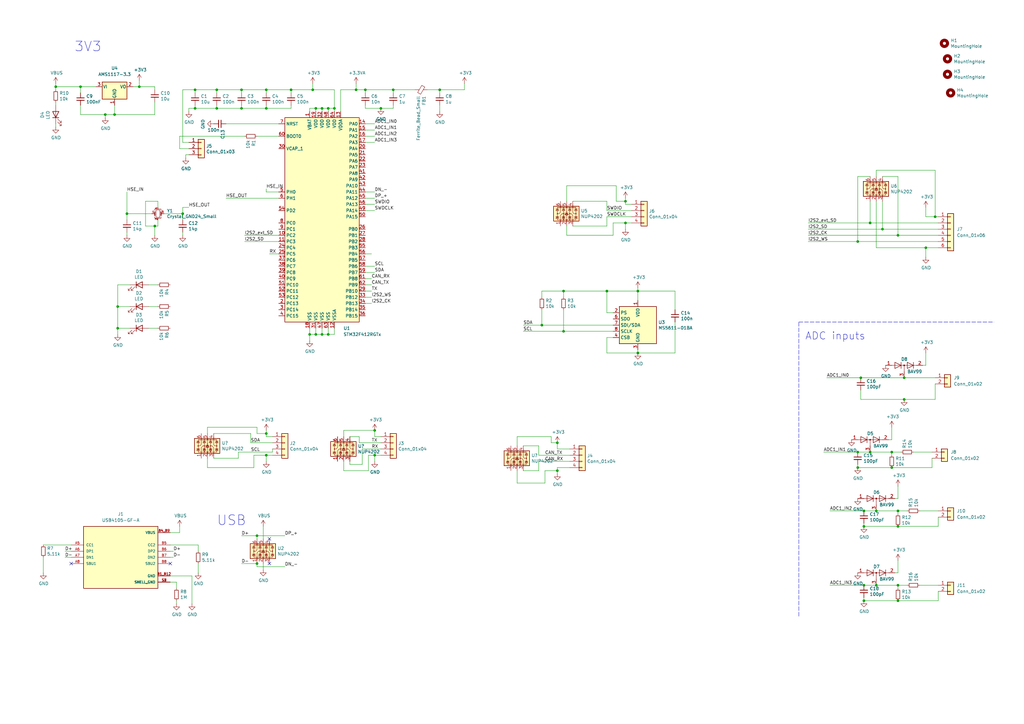
<source format=kicad_sch>
(kicad_sch (version 20211123) (generator eeschema)
  (paper "A3")
  (junction (at 365.76 191.77))
  (junction (at 57.15 35.56))
  (junction (at 99.06 36.83))
  (junction (at 256.54 91.44))
  (junction (at 228.6 193.04))
  (junction (at 109.22 36.83))
  (junction (at 33.02 35.56))
  (junction (at 88.9 36.83))
  (junction (at 105.41 219.71))
  (junction (at 351.79 99.06))
  (junction (at 379.73 101.6))
  (junction (at 109.22 44.45))
  (junction (at 52.07 87.63))
  (junction (at 109.22 186.69))
  (junction (at 63.5 92.71))
  (junction (at 129.54 137.16))
  (junction (at 231.14 119.38))
  (junction (at 129.54 44.45))
  (junction (at 99.06 44.45))
  (junction (at 105.41 231.14))
  (junction (at 359.41 240.03))
  (junction (at 368.3 96.52))
  (junction (at 132.08 137.16))
  (junction (at 368.3 246.38))
  (junction (at 370.84 163.83))
  (junction (at 383.54 88.9))
  (junction (at 149.86 36.83))
  (junction (at 368.3 240.03))
  (junction (at 132.08 44.45))
  (junction (at 74.93 87.63))
  (junction (at 351.79 191.77))
  (junction (at 256.54 82.55))
  (junction (at 88.9 44.45))
  (junction (at 180.34 36.83))
  (junction (at 368.3 215.9))
  (junction (at 80.01 44.45))
  (junction (at 161.29 36.83))
  (junction (at 128.27 36.83))
  (junction (at 361.95 93.98))
  (junction (at 356.87 91.44))
  (junction (at 353.06 154.94))
  (junction (at 48.26 125.73))
  (junction (at 127 137.16))
  (junction (at 48.26 134.62))
  (junction (at 365.76 185.42))
  (junction (at 228.6 181.61))
  (junction (at 153.67 186.69))
  (junction (at 119.38 36.83))
  (junction (at 146.05 36.83))
  (junction (at 351.79 185.42))
  (junction (at 248.92 119.38))
  (junction (at 354.33 215.9))
  (junction (at 109.22 177.8))
  (junction (at 261.62 119.38))
  (junction (at 356.87 185.42))
  (junction (at 80.01 36.83))
  (junction (at 222.25 133.35))
  (junction (at 354.33 246.38))
  (junction (at 46.99 46.99))
  (junction (at 231.14 135.89))
  (junction (at 43.18 46.99))
  (junction (at 368.3 209.55))
  (junction (at 137.16 44.45))
  (junction (at 359.41 209.55))
  (junction (at 134.62 44.45))
  (junction (at 354.33 209.55))
  (junction (at 370.84 154.94))
  (junction (at 22.86 35.56))
  (junction (at 134.62 137.16))
  (junction (at 261.62 144.78))
  (junction (at 354.33 240.03))
  (junction (at 156.21 44.45))
  (junction (at 153.67 176.53))
  (no_connect (at 69.85 231.14))
  (no_connect (at 29.21 231.14))
  (no_connect (at 110.49 220.98))
  (no_connect (at 110.49 231.14))
  (wire (pts (xy 57.15 35.56) (xy 57.15 33.02)))
  (wire (pts (xy 232.41 92.71) (xy 232.41 96.52)))
  (wire (pts (xy 46.99 46.99) (xy 63.5 46.99)))
  (wire (pts (xy 151.13 193.04) (xy 151.13 186.69)))
  (wire (pts (xy 77.47 63.5) (xy 76.2 63.5)))
  (wire (pts (xy 139.7 45.72) (xy 139.7 36.83)))
  (wire (pts (xy 146.05 36.83) (xy 149.86 36.83)))
  (wire (pts (xy 220.98 186.69) (xy 220.98 182.88)))
  (wire (pts (xy 77.47 44.45) (xy 77.47 45.72)))
  (wire (pts (xy 261.62 123.19) (xy 261.62 119.38)))
  (wire (pts (xy 351.79 185.42) (xy 356.87 185.42)))
  (wire (pts (xy 105.41 219.71) (xy 105.41 220.98)))
  (wire (pts (xy 74.93 36.83) (xy 74.93 58.42)))
  (wire (pts (xy 383.54 69.85) (xy 383.54 88.9)))
  (wire (pts (xy 139.7 36.83) (xy 146.05 36.83)))
  (wire (pts (xy 379.73 88.9) (xy 379.73 85.09)))
  (wire (pts (xy 368.3 209.55) (xy 368.3 210.82)))
  (wire (pts (xy 17.78 228.6) (xy 17.78 234.95)))
  (wire (pts (xy 156.21 179.07) (xy 153.67 179.07)))
  (wire (pts (xy 137.16 134.62) (xy 137.16 137.16)))
  (wire (pts (xy 367.03 234.95) (xy 368.3 234.95)))
  (wire (pts (xy 119.38 38.1) (xy 119.38 36.83)))
  (wire (pts (xy 231.14 135.89) (xy 251.46 135.89)))
  (wire (pts (xy 212.09 198.12) (xy 223.52 198.12)))
  (wire (pts (xy 378.46 149.86) (xy 379.73 149.86)))
  (wire (pts (xy 252.73 82.55) (xy 252.73 76.2)))
  (wire (pts (xy 17.78 223.52) (xy 29.21 223.52)))
  (wire (pts (xy 248.92 138.43) (xy 248.92 144.78)))
  (wire (pts (xy 356.87 82.55) (xy 356.87 91.44)))
  (wire (pts (xy 72.39 246.38) (xy 72.39 247.65)))
  (wire (pts (xy 77.47 60.96) (xy 73.66 60.96)))
  (wire (pts (xy 134.62 44.45) (xy 137.16 44.45)))
  (wire (pts (xy 261.62 119.38) (xy 276.86 119.38)))
  (wire (pts (xy 80.01 36.83) (xy 74.93 36.83)))
  (wire (pts (xy 232.41 96.52) (xy 251.46 96.52)))
  (wire (pts (xy 73.66 215.9) (xy 73.66 218.44)))
  (wire (pts (xy 248.92 128.27) (xy 251.46 128.27)))
  (wire (pts (xy 331.47 91.44) (xy 356.87 91.44)))
  (wire (pts (xy 220.98 189.23) (xy 220.98 193.04)))
  (wire (pts (xy 339.09 154.94) (xy 353.06 154.94)))
  (wire (pts (xy 149.86 55.88) (xy 153.67 55.88)))
  (wire (pts (xy 222.25 133.35) (xy 214.63 133.35)))
  (wire (pts (xy 354.33 209.55) (xy 359.41 209.55)))
  (wire (pts (xy 222.25 119.38) (xy 222.25 121.92)))
  (wire (pts (xy 140.97 176.53) (xy 153.67 176.53)))
  (wire (pts (xy 384.81 88.9) (xy 383.54 88.9)))
  (wire (pts (xy 22.86 35.56) (xy 33.02 35.56)))
  (wire (pts (xy 80.01 44.45) (xy 77.47 44.45)))
  (wire (pts (xy 85.09 175.26) (xy 85.09 177.8)))
  (wire (pts (xy 104.14 186.69) (xy 109.22 186.69)))
  (wire (pts (xy 248.92 119.38) (xy 231.14 119.38)))
  (wire (pts (xy 149.86 111.76) (xy 153.67 111.76)))
  (wire (pts (xy 354.33 245.11) (xy 354.33 246.38)))
  (wire (pts (xy 67.31 87.63) (xy 74.93 87.63)))
  (wire (pts (xy 127 137.16) (xy 127 139.7)))
  (wire (pts (xy 228.6 194.31) (xy 228.6 193.04)))
  (wire (pts (xy 26.67 226.06) (xy 29.21 226.06)))
  (wire (pts (xy 251.46 91.44) (xy 256.54 91.44)))
  (wire (pts (xy 73.66 55.88) (xy 100.33 55.88)))
  (wire (pts (xy 114.3 50.8) (xy 92.71 50.8)))
  (wire (pts (xy 149.86 124.46) (xy 152.4 124.46)))
  (wire (pts (xy 180.34 38.1) (xy 180.34 36.83)))
  (wire (pts (xy 232.41 76.2) (xy 232.41 82.55)))
  (wire (pts (xy 212.09 193.04) (xy 212.09 198.12)))
  (wire (pts (xy 48.26 134.62) (xy 48.26 137.16)))
  (wire (pts (xy 220.98 189.23) (xy 233.68 189.23)))
  (wire (pts (xy 105.41 231.14) (xy 105.41 232.41)))
  (wire (pts (xy 149.86 44.45) (xy 156.21 44.45)))
  (wire (pts (xy 340.36 209.55) (xy 354.33 209.55)))
  (wire (pts (xy 43.18 46.99) (xy 43.18 48.26)))
  (wire (pts (xy 370.84 163.83) (xy 383.54 163.83)))
  (wire (pts (xy 73.66 218.44) (xy 69.85 218.44)))
  (wire (pts (xy 137.16 44.45) (xy 137.16 36.83)))
  (wire (pts (xy 33.02 46.99) (xy 33.02 43.18)))
  (wire (pts (xy 276.86 132.08) (xy 276.86 144.78)))
  (wire (pts (xy 379.73 101.6) (xy 379.73 105.41)))
  (wire (pts (xy 48.26 125.73) (xy 48.26 134.62)))
  (wire (pts (xy 379.73 149.86) (xy 379.73 144.78)))
  (wire (pts (xy 59.69 82.55) (xy 64.77 82.55)))
  (wire (pts (xy 377.19 209.55) (xy 384.81 209.55)))
  (wire (pts (xy 105.41 232.41) (xy 116.84 232.41)))
  (wire (pts (xy 129.54 134.62) (xy 129.54 137.16)))
  (wire (pts (xy 153.67 179.07) (xy 153.67 176.53)))
  (wire (pts (xy 361.95 72.39) (xy 368.3 72.39)))
  (wire (pts (xy 149.86 78.74) (xy 153.67 78.74)))
  (wire (pts (xy 234.95 82.55) (xy 248.92 82.55)))
  (wire (pts (xy 63.5 35.56) (xy 63.5 36.83)))
  (wire (pts (xy 26.67 228.6) (xy 29.21 228.6)))
  (wire (pts (xy 74.93 85.09) (xy 74.93 87.63)))
  (wire (pts (xy 73.66 60.96) (xy 73.66 55.88)))
  (wire (pts (xy 156.21 44.45) (xy 161.29 44.45)))
  (wire (pts (xy 129.54 45.72) (xy 129.54 44.45)))
  (wire (pts (xy 137.16 137.16) (xy 134.62 137.16)))
  (wire (pts (xy 46.99 43.18) (xy 46.99 46.99)))
  (wire (pts (xy 153.67 189.23) (xy 153.67 186.69)))
  (wire (pts (xy 102.87 177.8) (xy 102.87 181.61)))
  (wire (pts (xy 228.6 191.77) (xy 233.68 191.77)))
  (wire (pts (xy 351.79 190.5) (xy 351.79 191.77)))
  (wire (pts (xy 109.22 36.83) (xy 99.06 36.83)))
  (wire (pts (xy 231.14 119.38) (xy 222.25 119.38)))
  (wire (pts (xy 180.34 36.83) (xy 175.26 36.83)))
  (wire (pts (xy 92.71 81.28) (xy 114.3 81.28)))
  (wire (pts (xy 149.86 58.42) (xy 153.67 58.42)))
  (wire (pts (xy 71.12 226.06) (xy 69.85 226.06)))
  (wire (pts (xy 149.86 43.18) (xy 149.86 44.45)))
  (wire (pts (xy 148.59 184.15) (xy 156.21 184.15)))
  (wire (pts (xy 180.34 45.72) (xy 180.34 43.18)))
  (wire (pts (xy 109.22 177.8) (xy 109.22 176.53)))
  (wire (pts (xy 48.26 116.84) (xy 48.26 125.73)))
  (wire (pts (xy 365.76 185.42) (xy 369.57 185.42)))
  (wire (pts (xy 256.54 82.55) (xy 252.73 82.55)))
  (wire (pts (xy 368.3 240.03) (xy 368.3 241.3)))
  (wire (pts (xy 99.06 43.18) (xy 99.06 44.45)))
  (wire (pts (xy 129.54 137.16) (xy 127 137.16)))
  (wire (pts (xy 22.86 41.91) (xy 22.86 43.18)))
  (wire (pts (xy 105.41 219.71) (xy 116.84 219.71)))
  (wire (pts (xy 119.38 44.45) (xy 109.22 44.45)))
  (wire (pts (xy 104.14 191.77) (xy 104.14 186.69)))
  (wire (pts (xy 43.18 46.99) (xy 46.99 46.99)))
  (wire (pts (xy 63.5 92.71) (xy 64.77 92.71)))
  (wire (pts (xy 368.3 209.55) (xy 372.11 209.55)))
  (wire (pts (xy 223.52 193.04) (xy 228.6 193.04)))
  (wire (pts (xy 351.79 99.06) (xy 384.81 99.06)))
  (wire (pts (xy 359.41 72.39) (xy 359.41 69.85)))
  (wire (pts (xy 127 44.45) (xy 129.54 44.45)))
  (wire (pts (xy 63.5 46.99) (xy 63.5 41.91)))
  (wire (pts (xy 63.5 92.71) (xy 59.69 92.71)))
  (wire (pts (xy 109.22 44.45) (xy 99.06 44.45)))
  (wire (pts (xy 368.3 215.9) (xy 384.81 215.9)))
  (wire (pts (xy 261.62 119.38) (xy 261.62 118.11)))
  (wire (pts (xy 114.3 55.88) (xy 105.41 55.88)))
  (wire (pts (xy 76.2 63.5) (xy 76.2 64.77)))
  (wire (pts (xy 97.79 187.96) (xy 87.63 187.96)))
  (wire (pts (xy 367.03 204.47) (xy 368.3 204.47)))
  (wire (pts (xy 226.06 179.07) (xy 212.09 179.07)))
  (wire (pts (xy 80.01 44.45) (xy 80.01 43.18)))
  (wire (pts (xy 356.87 185.42) (xy 365.76 185.42)))
  (wire (pts (xy 127 137.16) (xy 127 134.62)))
  (wire (pts (xy 99.06 36.83) (xy 88.9 36.83)))
  (wire (pts (xy 99.06 38.1) (xy 99.06 36.83)))
  (wire (pts (xy 248.92 86.36) (xy 248.92 82.55)))
  (wire (pts (xy 128.27 34.29) (xy 128.27 36.83)))
  (wire (pts (xy 129.54 44.45) (xy 132.08 44.45)))
  (wire (pts (xy 99.06 219.71) (xy 105.41 219.71)))
  (wire (pts (xy 220.98 182.88) (xy 214.63 182.88)))
  (wire (pts (xy 356.87 72.39) (xy 351.79 72.39)))
  (wire (pts (xy 148.59 184.15) (xy 148.59 190.5)))
  (wire (pts (xy 71.12 228.6) (xy 69.85 228.6)))
  (wire (pts (xy 77.47 85.09) (xy 74.93 85.09)))
  (wire (pts (xy 190.5 36.83) (xy 180.34 36.83)))
  (wire (pts (xy 361.95 93.98) (xy 384.81 93.98)))
  (wire (pts (xy 384.81 215.9) (xy 384.81 212.09)))
  (wire (pts (xy 87.63 177.8) (xy 102.87 177.8)))
  (wire (pts (xy 109.22 177.8) (xy 105.41 177.8)))
  (wire (pts (xy 351.79 191.77) (xy 365.76 191.77)))
  (wire (pts (xy 331.47 96.52) (xy 368.3 96.52)))
  (wire (pts (xy 359.41 82.55) (xy 359.41 101.6)))
  (wire (pts (xy 331.47 99.06) (xy 351.79 99.06)))
  (wire (pts (xy 161.29 38.1) (xy 161.29 36.83)))
  (wire (pts (xy 85.09 191.77) (xy 104.14 191.77)))
  (wire (pts (xy 359.41 101.6) (xy 379.73 101.6)))
  (wire (pts (xy 248.92 92.71) (xy 234.95 92.71)))
  (wire (pts (xy 361.95 82.55) (xy 361.95 93.98)))
  (wire (pts (xy 220.98 193.04) (xy 214.63 193.04)))
  (wire (pts (xy 22.86 50.8) (xy 22.86 52.07)))
  (polyline (pts (xy 327.66 252.73) (xy 327.66 132.08)))
  (wire (pts (xy 132.08 137.16) (xy 129.54 137.16)))
  (wire (pts (xy 368.3 96.52) (xy 384.81 96.52)))
  (wire (pts (xy 368.3 240.03) (xy 372.11 240.03)))
  (wire (pts (xy 119.38 43.18) (xy 119.38 44.45)))
  (wire (pts (xy 59.69 92.71) (xy 59.69 82.55)))
  (wire (pts (xy 127 45.72) (xy 127 44.45)))
  (wire (pts (xy 365.76 191.77) (xy 382.27 191.77)))
  (wire (pts (xy 231.14 135.89) (xy 231.14 127)))
  (wire (pts (xy 353.06 163.83) (xy 370.84 163.83)))
  (wire (pts (xy 147.32 181.61) (xy 147.32 179.07)))
  (wire (pts (xy 368.3 72.39) (xy 368.3 96.52)))
  (wire (pts (xy 85.09 187.96) (xy 85.09 191.77)))
  (wire (pts (xy 149.86 81.28) (xy 153.67 81.28)))
  (wire (pts (xy 354.33 214.63) (xy 354.33 215.9)))
  (wire (pts (xy 259.08 86.36) (xy 248.92 86.36)))
  (wire (pts (xy 151.13 186.69) (xy 153.67 186.69)))
  (wire (pts (xy 109.22 43.18) (xy 109.22 44.45)))
  (wire (pts (xy 259.08 83.82) (xy 256.54 83.82)))
  (wire (pts (xy 64.77 125.73) (xy 60.96 125.73)))
  (wire (pts (xy 78.74 236.22) (xy 78.74 247.65)))
  (wire (pts (xy 256.54 83.82) (xy 256.54 82.55)))
  (wire (pts (xy 52.07 96.52) (xy 52.07 95.25)))
  (wire (pts (xy 252.73 76.2) (xy 232.41 76.2)))
  (wire (pts (xy 109.22 78.74) (xy 114.3 78.74)))
  (wire (pts (xy 147.32 179.07) (xy 143.51 179.07)))
  (wire (pts (xy 382.27 191.77) (xy 382.27 187.96)))
  (wire (pts (xy 143.51 190.5) (xy 143.51 189.23)))
  (wire (pts (xy 52.07 78.74) (xy 52.07 87.63)))
  (wire (pts (xy 97.79 185.42) (xy 111.76 185.42)))
  (wire (pts (xy 53.34 125.73) (xy 48.26 125.73)))
  (wire (pts (xy 149.86 53.34) (xy 153.67 53.34)))
  (wire (pts (xy 368.3 204.47) (xy 368.3 199.39)))
  (wire (pts (xy 256.54 93.98) (xy 256.54 91.44)))
  (wire (pts (xy 233.68 184.15) (xy 228.6 184.15)))
  (wire (pts (xy 74.93 96.52) (xy 74.93 95.25)))
  (wire (pts (xy 220.98 186.69) (xy 233.68 186.69)))
  (wire (pts (xy 251.46 96.52) (xy 251.46 91.44)))
  (wire (pts (xy 140.97 189.23) (xy 140.97 193.04)))
  (wire (pts (xy 261.62 119.38) (xy 248.92 119.38)))
  (wire (pts (xy 161.29 44.45) (xy 161.29 43.18)))
  (wire (pts (xy 111.76 185.42) (xy 111.76 184.15)))
  (wire (pts (xy 134.62 137.16) (xy 132.08 137.16)))
  (wire (pts (xy 149.86 86.36) (xy 153.67 86.36)))
  (wire (pts (xy 354.33 240.03) (xy 359.41 240.03)))
  (wire (pts (xy 331.47 93.98) (xy 361.95 93.98)))
  (wire (pts (xy 147.32 181.61) (xy 156.21 181.61)))
  (wire (pts (xy 149.86 38.1) (xy 149.86 36.83)))
  (wire (pts (xy 149.86 116.84) (xy 152.4 116.84)))
  (wire (pts (xy 226.06 181.61) (xy 226.06 179.07)))
  (wire (pts (xy 128.27 36.83) (xy 119.38 36.83)))
  (wire (pts (xy 231.14 121.92) (xy 231.14 119.38)))
  (wire (pts (xy 81.28 231.14) (xy 81.28 234.95)))
  (wire (pts (xy 149.86 50.8) (xy 153.67 50.8)))
  (wire (pts (xy 119.38 36.83) (xy 109.22 36.83)))
  (wire (pts (xy 132.08 45.72) (xy 132.08 44.45)))
  (wire (pts (xy 384.81 101.6) (xy 379.73 101.6)))
  (wire (pts (xy 146.05 34.29) (xy 146.05 36.83)))
  (wire (pts (xy 64.77 82.55) (xy 64.77 85.09)))
  (wire (pts (xy 88.9 38.1) (xy 88.9 36.83)))
  (wire (pts (xy 132.08 134.62) (xy 132.08 137.16)))
  (wire (pts (xy 105.41 177.8) (xy 105.41 175.26)))
  (wire (pts (xy 377.19 240.03) (xy 384.81 240.03)))
  (wire (pts (xy 72.39 241.3) (xy 72.39 238.76)))
  (wire (pts (xy 100.33 96.52) (xy 114.3 96.52)))
  (wire (pts (xy 228.6 193.04) (xy 228.6 191.77)))
  (wire (pts (xy 22.86 35.56) (xy 22.86 36.83)))
  (wire (pts (xy 74.93 87.63) (xy 74.93 90.17)))
  (wire (pts (xy 97.79 185.42) (xy 97.79 187.96)))
  (wire (pts (xy 337.82 185.42) (xy 351.79 185.42)))
  (wire (pts (xy 248.92 119.38) (xy 248.92 128.27)))
  (wire (pts (xy 359.41 209.55) (xy 368.3 209.55)))
  (wire (pts (xy 149.86 114.3) (xy 152.4 114.3)))
  (wire (pts (xy 132.08 44.45) (xy 134.62 44.45)))
  (wire (pts (xy 149.86 104.14) (xy 152.4 104.14)))
  (wire (pts (xy 105.41 175.26) (xy 85.09 175.26)))
  (wire (pts (xy 134.62 134.62) (xy 134.62 137.16)))
  (wire (pts (xy 109.22 77.47) (xy 109.22 78.74)))
  (wire (pts (xy 383.54 163.83) (xy 383.54 157.48)))
  (wire (pts (xy 99.06 231.14) (xy 105.41 231.14)))
  (wire (pts (xy 53.34 134.62) (xy 48.26 134.62)))
  (wire (pts (xy 251.46 138.43) (xy 248.92 138.43)))
  (wire (pts (xy 100.33 99.06) (xy 114.3 99.06)))
  (wire (pts (xy 33.02 35.56) (xy 33.02 38.1)))
  (wire (pts (xy 74.93 58.42) (xy 77.47 58.42)))
  (wire (pts (xy 368.3 234.95) (xy 368.3 229.87)))
  (wire (pts (xy 276.86 119.38) (xy 276.86 127)))
  (polyline (pts (xy 327.66 132.08) (xy 407.67 132.08)))
  (wire (pts (xy 140.97 193.04) (xy 151.13 193.04)))
  (wire (pts (xy 351.79 72.39) (xy 351.79 99.06)))
  (wire (pts (xy 88.9 44.45) (xy 80.01 44.45)))
  (wire (pts (xy 248.92 88.9) (xy 259.08 88.9)))
  (wire (pts (xy 109.22 189.23) (xy 109.22 186.69)))
  (wire (pts (xy 276.86 144.78) (xy 261.62 144.78)))
  (wire (pts (xy 228.6 184.15) (xy 228.6 181.61)))
  (wire (pts (xy 261.62 144.78) (xy 261.62 143.51)))
  (wire (pts (xy 149.86 109.22) (xy 153.67 109.22)))
  (wire (pts (xy 370.84 154.94) (xy 383.54 154.94)))
  (wire (pts (xy 353.06 154.94) (xy 370.84 154.94)))
  (wire (pts (xy 64.77 134.62) (xy 60.96 134.62)))
  (wire (pts (xy 190.5 34.29) (xy 190.5 36.83)))
  (wire (pts (xy 368.3 246.38) (xy 384.81 246.38)))
  (wire (pts (xy 161.29 36.83) (xy 170.18 36.83)))
  (wire (pts (xy 69.85 236.22) (xy 78.74 236.22)))
  (wire (pts (xy 223.52 198.12) (xy 223.52 193.04)))
  (wire (pts (xy 248.92 88.9) (xy 248.92 92.71)))
  (wire (pts (xy 39.37 35.56) (xy 33.02 35.56)))
  (wire (pts (xy 359.41 69.85) (xy 383.54 69.85)))
  (wire (pts (xy 212.09 179.07) (xy 212.09 182.88)))
  (wire (pts (xy 109.22 38.1) (xy 109.22 36.83)))
  (wire (pts (xy 149.86 83.82) (xy 153.67 83.82)))
  (wire (pts (xy 222.25 133.35) (xy 251.46 133.35)))
  (wire (pts (xy 22.86 34.29) (xy 22.86 35.56)))
  (wire (pts (xy 52.07 87.63) (xy 52.07 90.17)))
  (wire (pts (xy 62.23 87.63) (xy 52.07 87.63)))
  (wire (pts (xy 340.36 240.03) (xy 354.33 240.03)))
  (wire (pts (xy 69.85 223.52) (xy 81.28 223.52)))
  (wire (pts (xy 248.92 144.78) (xy 261.62 144.78)))
  (wire (pts (xy 134.62 45.72) (xy 134.62 44.45)))
  (wire (pts (xy 356.87 91.44) (xy 384.81 91.44)))
  (wire (pts (xy 354.33 215.9) (xy 368.3 215.9)))
  (wire (pts (xy 256.54 82.55) (xy 256.54 81.28)))
  (wire (pts (xy 99.06 44.45) (xy 88.9 44.45)))
  (wire (pts (xy 140.97 179.07) (xy 140.97 176.53)))
  (wire (pts (xy 365.76 185.42) (xy 365.76 186.69)))
  (wire (pts (xy 149.86 121.92) (xy 152.4 121.92)))
  (wire (pts (xy 228.6 181.61) (xy 226.06 181.61)))
  (wire (pts (xy 102.87 181.61) (xy 111.76 181.61)))
  (wire (pts (xy 107.95 215.9) (xy 107.95 220.98)))
  (wire (pts (xy 137.16 45.72) (xy 137.16 44.45)))
  (wire (pts (xy 153.67 186.69) (xy 156.21 186.69)))
  (wire (pts (xy 88.9 43.18) (xy 88.9 44.45)))
  (wire (pts (xy 383.54 88.9) (xy 379.73 88.9)))
  (wire (pts (xy 43.18 46.99) (xy 33.02 46.99)))
  (wire (pts (xy 374.65 185.42) (xy 382.27 185.42)))
  (wire (pts (xy 107.95 233.68) (xy 107.95 231.14)))
  (wire (pts (xy 365.76 180.34) (xy 365.76 175.26)))
  (wire (pts (xy 222.25 133.35) (xy 222.25 127)))
  (wire (pts (xy 72.39 238.76) (xy 69.85 238.76)))
  (wire (pts (xy 80.01 36.83) (xy 80.01 38.1)))
  (wire (pts (xy 231.14 135.89) (xy 214.63 135.89)))
  (wire (pts (xy 81.28 223.52) (xy 81.28 226.06)))
  (wire (pts (xy 88.9 36.83) (xy 80.01 36.83)))
  (wire (pts (xy 354.33 246.38) (xy 368.3 246.38)))
  (wire (pts (xy 256.54 91.44) (xy 259.08 91.44)))
  (wire (pts (xy 110.49 104.14) (xy 114.3 104.14)))
  (wire (pts (xy 57.15 35.56) (xy 63.5 35.56)))
  (wire (pts (xy 149.86 36.83) (xy 161.29 36.83)))
  (wire (pts (xy 148.59 190.5) (xy 143.51 190.5)))
  (wire (pts (xy 111.76 179.07) (xy 109.22 179.07)))
  (wire (pts (xy 53.34 116.84) (xy 48.26 116.84)))
  (wire (pts (xy 63.5 96.52) (xy 63.5 92.71)))
  (wire (pts (xy 384.81 246.38) (xy 384.81 242.57)))
  (wire (pts (xy 64.77 116.84) (xy 60.96 116.84)))
  (wire (pts (xy 64.77 92.71) (xy 64.77 90.17)))
  (wire (pts (xy 149.86 119.38) (xy 152.4 119.38)))
  (wire (pts (xy 364.49 180.34) (xy 365.76 180.34)))
  (wire (pts (xy 359.41 240.03) (xy 368.3 240.03)))
  (wire (pts (xy 54.61 35.56) (xy 57.15 35.56)))
  (wire (pts (xy 137.16 36.83) (xy 128.27 36.83)))
  (wire (pts (xy 109.22 186.69) (xy 111.76 186.69)))
  (wire (pts (xy 353.06 160.02) (xy 353.06 163.83)))
  (wire (pts (xy 109.22 179.07) (xy 109.22 177.8)))
  (text "USB" (at 88.9 215.9 0) (effects (font (size 3.9878 3.9878)) (justify left bottom)))
  (text "3V3\n" (at 30.48 21.59 0) (effects (font (size 3.9878 3.9878)) (justify left bottom)))
  (text "ADC inputs" (at 330.2 139.7 0) (effects (font (size 3 3)) (justify left bottom)))
  (label "SWDCLK" (at 248.92 88.9 0) (effects (font (size 1.2954 1.2954))))
  (label "HSE_IN" (at 109.22 77.47 0) (effects (font (size 1.2954 1.2954))))
  (label "DP_+" (at 116.84 219.71 0))
  (label "ADC1_IN0" (at 153.67 50.8 0))
  (label "I2S2_WS" (at 331.47 99.06 0))
  (label "RX" (at 110.49 104.14 0) (effects (font (size 1.2954 1.2954))))
  (label "DP_+" (at 153.67 81.28 0))
  (label "I2S2_SD" (at 331.47 93.98 0))
  (label "SWDIO" (at 153.67 83.82 0) (effects (font (size 1.2954 1.2954))))
  (label "ADC1_IN0" (at 339.09 154.94 0))
  (label "I2S2_CK" (at 331.47 96.52 0))
  (label "CAN_TX" (at 223.52 186.69 0) (effects (font (size 1.2954 1.2954))))
  (label "CAN_TX" (at 152.4 116.84 0) (effects (font (size 1.2954 1.2954))))
  (label "CAN_RX" (at 152.4 114.3 0) (effects (font (size 1.2954 1.2954))))
  (label "CAN_RX" (at 223.52 189.23 0) (effects (font (size 1.2954 1.2954))))
  (label "HSE_OUT" (at 92.71 81.28 0) (effects (font (size 1.2954 1.2954))))
  (label "I2S2_ext_SD" (at 331.47 91.44 0))
  (label "SDA" (at 153.67 111.76 0) (effects (font (size 1.2954 1.2954))))
  (label "I2S2_CK" (at 152.4 124.46 0))
  (label "SCL" (at 214.63 135.89 0) (effects (font (size 1.2954 1.2954))))
  (label "I2S2_WS" (at 152.4 121.92 0))
  (label "D+" (at 26.67 226.06 0))
  (label "ADC1_IN1" (at 337.82 185.42 0))
  (label "I2S2_SD" (at 100.33 99.06 0))
  (label "ADC1_IN2" (at 340.36 209.55 0))
  (label "HSE_OUT" (at 77.47 85.09 0) (effects (font (size 1.2954 1.2954))))
  (label "ADC1_IN2" (at 153.67 55.88 0))
  (label "SCL" (at 102.87 185.42 0) (effects (font (size 1.2954 1.2954))))
  (label "ADC1_IN1" (at 153.67 53.34 0))
  (label "SDA" (at 214.63 133.35 0) (effects (font (size 1.2954 1.2954))))
  (label "DN_-" (at 153.67 78.74 0))
  (label "D-" (at 99.06 231.14 0))
  (label "D-" (at 26.67 228.6 0))
  (label "HSE_IN" (at 52.07 78.74 0) (effects (font (size 1.2954 1.2954))))
  (label "D+" (at 99.06 219.71 0))
  (label "I2S2_ext_SD" (at 100.33 96.52 0))
  (label "D-" (at 71.12 228.6 0))
  (label "TX" (at 152.4 119.38 0) (effects (font (size 1.2954 1.2954))))
  (label "TX" (at 152.4 181.61 0) (effects (font (size 1.2954 1.2954))))
  (label "D+" (at 71.12 226.06 0))
  (label "SWDCLK" (at 153.67 86.36 0) (effects (font (size 1.2954 1.2954))))
  (label "SCL" (at 153.67 109.22 0) (effects (font (size 1.2954 1.2954))))
  (label "ADC1_IN3" (at 153.67 58.42 0))
  (label "ADC1_IN3" (at 340.36 240.03 0))
  (label "RX" (at 152.4 184.15 0) (effects (font (size 1.2954 1.2954))))
  (label "SDA" (at 102.87 181.61 0) (effects (font (size 1.2954 1.2954))))
  (label "SWDIO" (at 248.92 86.36 0) (effects (font (size 1.2954 1.2954))))
  (label "DN_-" (at 116.84 232.41 0))
  (symbol (lib_id "MCU_ST_STM32F4:STM32F412RGTx") (at 132.08 88.9 0) (unit 1)
    (property "Reference" "U1" (at 142.24 134.62 0))
    (property "Value" "STM32F412RGTx" (at 148.59 137.16 0))
    (property "Footprint" "Package_QFP:LQFP-64_10x10mm_P0.5mm" (effects hide))
    (property "Datasheet" "http://www.st.com/st-web-ui/static/active/en/resource/technical/document/datasheet/DM00213872.pdf" (effects hide))
  )
  (symbol (lib_id "Device:C_Small") (at 99.06 40.64 0) (unit 1)
    (property "Reference" "C3" (at 101.3968 39.4716 0) (effects (justify left)))
    (property "Value" "100n" (at 101.3968 41.783 0) (effects (justify left)))
    (property "Footprint" "Capacitor_SMD:C_0805_2012Metric_Pad1.18x1.45mm_HandSolder" (effects hide))
  )
  (symbol (lib_id "Device:C_Small") (at 88.9 40.64 0) (unit 1)
    (property "Reference" "C2" (at 91.2368 39.4716 0) (effects (justify left)))
    (property "Value" "100n" (at 91.2368 41.783 0) (effects (justify left)))
    (property "Footprint" "Capacitor_SMD:C_0805_2012Metric_Pad1.18x1.45mm_HandSolder" (effects hide))
  )
  (symbol (lib_id "Device:C_Small") (at 80.01 40.64 0) (unit 1)
    (property "Reference" "C1" (at 82.3468 39.4716 0) (effects (justify left)))
    (property "Value" "10u" (at 82.3468 41.783 0) (effects (justify left)))
    (property "Footprint" "Capacitor_SMD:C_0805_2012Metric_Pad1.18x1.45mm_HandSolder" (effects hide))
  )
  (symbol (lib_id "Device:C_Small") (at 149.86 40.64 0) (unit 1)
    (property "Reference" "C6" (at 152.1968 39.4716 0) (effects (justify left)))
    (property "Value" "10n" (at 152.1968 41.783 0) (effects (justify left)))
    (property "Footprint" "Capacitor_SMD:C_0805_2012Metric_Pad1.18x1.45mm_HandSolder" (effects hide))
  )
  (symbol (lib_id "Device:C_Small") (at 161.29 40.64 0) (unit 1)
    (property "Reference" "C7" (at 163.6268 39.4716 0) (effects (justify left)))
    (property "Value" "1u" (at 163.6268 41.783 0) (effects (justify left)))
    (property "Footprint" "Capacitor_SMD:C_0805_2012Metric_Pad1.18x1.45mm_HandSolder" (effects hide))
  )
  (symbol (lib_id "universal-rescue:Ferrite_Bead_Small-Device") (at 172.72 36.83 270) (unit 1)
    (property "Reference" "FB1" (at 173.8884 39.37 0) (effects (justify left)))
    (property "Value" "Ferrite_Bead_Small" (at 171.577 39.37 0) (effects (justify left)))
    (property "Footprint" "Inductor_SMD:L_0805_2012Metric_Pad1.15x1.40mm_HandSolder" (effects hide))
  )
  (symbol (lib_id "Device:R_Small") (at 102.87 55.88 270) (unit 1)
    (property "Reference" "R1" (at 104.0384 57.3786 0) (effects (justify left)))
    (property "Value" "10k" (at 101.727 57.3786 0) (effects (justify left)))
    (property "Footprint" "Resistor_SMD:R_0805_2012Metric_Pad1.20x1.40mm_HandSolder" (effects hide))
  )
  (symbol (lib_id "power:VBUS") (at 22.86 34.29 0) (unit 1)
    (property "Reference" "#PWR0101" (effects hide))
    (property "Value" "VBUS" (at 23.241 29.8958 0))
  )
  (symbol (lib_id "power:GND") (at 43.18 48.26 0) (unit 1)
    (property "Reference" "#PWR0102" (effects hide))
    (property "Value" "GND" (at 43.307 52.6542 0))
  )
  (symbol (lib_id "universal-rescue:+3.3V-power") (at 57.15 33.02 0) (unit 1)
    (property "Reference" "#PWR0103" (effects hide))
    (property "Value" "+3.3V" (at 57.531 28.6258 0))
  )
  (symbol (lib_id "power:+3.3VA") (at 146.05 34.29 0) (unit 1)
    (property "Reference" "#PWR0104" (effects hide))
    (property "Value" "+3.3VA" (at 146.431 29.8958 0))
  )
  (symbol (lib_id "universal-rescue:+3.3V-power") (at 128.27 34.29 0) (unit 1)
    (property "Reference" "#PWR0105" (effects hide))
    (property "Value" "+3.3V" (at 128.651 29.8958 0))
  )
  (symbol (lib_id "power:GND") (at 48.26 137.16 0) (unit 1)
    (property "Reference" "#PWR0106" (effects hide))
    (property "Value" "GND" (at 48.387 141.5542 0))
  )
  (symbol (lib_id "power:GND") (at 127 139.7 0) (unit 1)
    (property "Reference" "#PWR0107" (effects hide))
    (property "Value" "GND" (at 127.127 144.0942 0))
  )
  (symbol (lib_id "Device:C_Small") (at 109.22 40.64 0) (unit 1)
    (property "Reference" "C4" (at 111.5568 39.4716 0) (effects (justify left)))
    (property "Value" "100n" (at 111.5568 41.783 0) (effects (justify left)))
    (property "Footprint" "Capacitor_SMD:C_0805_2012Metric_Pad1.18x1.45mm_HandSolder" (effects hide))
  )
  (symbol (lib_id "Device:C_Small") (at 119.38 40.64 0) (unit 1)
    (property "Reference" "C5" (at 121.7168 39.4716 0) (effects (justify left)))
    (property "Value" "100n" (at 121.7168 41.783 0) (effects (justify left)))
    (property "Footprint" "Capacitor_SMD:C_0805_2012Metric_Pad1.18x1.45mm_HandSolder" (effects hide))
  )
  (symbol (lib_id "power:GND") (at 77.47 45.72 0) (unit 1)
    (property "Reference" "#PWR0108" (effects hide))
    (property "Value" "GND" (at 77.597 50.1142 0))
  )
  (symbol (lib_id "Device:C_Small") (at 180.34 40.64 0) (unit 1)
    (property "Reference" "C8" (at 182.6768 39.4716 0) (effects (justify left)))
    (property "Value" "1u" (at 182.6768 41.783 0) (effects (justify left)))
    (property "Footprint" "Capacitor_SMD:C_0805_2012Metric_Pad1.18x1.45mm_HandSolder" (effects hide))
  )
  (symbol (lib_id "universal-rescue:+3.3V-power") (at 190.5 34.29 0) (unit 1)
    (property "Reference" "#PWR0109" (effects hide))
    (property "Value" "+3.3V" (at 190.881 29.8958 0))
  )
  (symbol (lib_id "power:GND") (at 156.21 44.45 0) (unit 1)
    (property "Reference" "#PWR0110" (effects hide))
    (property "Value" "GND" (at 156.337 48.8442 0))
  )
  (symbol (lib_id "power:GND") (at 180.34 45.72 0) (unit 1)
    (property "Reference" "#PWR0111" (effects hide))
    (property "Value" "GND" (at 180.467 50.1142 0))
  )
  (symbol (lib_id "Mechanical:MountingHole") (at 387.35 17.78 0) (unit 1)
    (property "Reference" "H1" (at 389.89 16.6116 0) (effects (justify left)))
    (property "Value" "MountingHole" (at 389.89 18.923 0) (effects (justify left)))
    (property "Footprint" "MountingHole:MountingHole_3.2mm_M3_DIN965" (effects hide))
  )
  (symbol (lib_id "Mechanical:MountingHole") (at 388.62 24.13 0) (unit 1)
    (property "Reference" "H2" (at 391.16 22.9616 0) (effects (justify left)))
    (property "Value" "MountingHole" (at 391.16 25.273 0) (effects (justify left)))
    (property "Footprint" "MountingHole:MountingHole_3.2mm_M3_DIN965" (effects hide))
  )
  (symbol (lib_id "Mechanical:MountingHole") (at 388.62 30.48 0) (unit 1)
    (property "Reference" "H3" (at 391.16 29.3116 0) (effects (justify left)))
    (property "Value" "MountingHole" (at 391.16 31.623 0) (effects (justify left)))
    (property "Footprint" "MountingHole:MountingHole_3.2mm_M3_DIN965" (effects hide))
  )
  (symbol (lib_id "Mechanical:MountingHole") (at 389.89 38.1 0) (unit 1)
    (property "Reference" "H4" (at 392.43 36.9316 0) (effects (justify left)))
    (property "Value" "MountingHole" (at 392.43 39.243 0) (effects (justify left)))
    (property "Footprint" "MountingHole:MountingHole_3.2mm_M3_DIN965" (effects hide))
  )
  (symbol (lib_id "universal-rescue:+3.3V-power") (at 256.54 81.28 0) (unit 1)
    (property "Reference" "#PWR0112" (effects hide))
    (property "Value" "+3.3V" (at 256.921 76.8858 0))
  )
  (symbol (lib_id "power:GND") (at 109.22 189.23 0) (unit 1)
    (property "Reference" "#PWR0113" (effects hide))
    (property "Value" "GND" (at 109.347 193.6242 0))
  )
  (symbol (lib_id "universal-rescue:+3.3V-power") (at 109.22 176.53 0) (unit 1)
    (property "Reference" "#PWR0114" (effects hide))
    (property "Value" "+3.3V" (at 109.601 172.1358 0))
  )
  (symbol (lib_id "power:GND") (at 153.67 189.23 0) (unit 1)
    (property "Reference" "#PWR0115" (effects hide))
    (property "Value" "GND" (at 153.797 193.6242 0))
  )
  (symbol (lib_id "universal-rescue:+3.3V-power") (at 153.67 176.53 0) (unit 1)
    (property "Reference" "#PWR0116" (effects hide))
    (property "Value" "+3.3V" (at 154.051 172.1358 0))
  )
  (symbol (lib_id "power:GND") (at 78.74 247.65 0) (unit 1)
    (property "Reference" "#PWR0117" (effects hide))
    (property "Value" "GND" (at 78.867 252.0442 0))
  )
  (symbol (lib_id "power:VBUS") (at 73.66 215.9 0) (unit 1)
    (property "Reference" "#PWR0118" (effects hide))
    (property "Value" "VBUS" (at 74.041 211.5058 0))
  )
  (symbol (lib_id "Sensor_Pressure:MS5611-01BA") (at 261.62 133.35 0) (unit 1)
    (property "Reference" "U3" (at 270.002 132.1816 0) (effects (justify left)))
    (property "Value" "MS5611-01BA" (at 270.002 134.493 0) (effects (justify left)))
    (property "Footprint" "Package_LGA:LGA-8_3x5mm_P1.25mm" (effects hide))
    (property "Datasheet" "https://www.te.com/commerce/DocumentDelivery/DDEController?Action=srchrtrv&DocNm=MS5611-01BA03&DocType=Data+Sheet&DocLang=English" (effects hide))
  )
  (symbol (lib_id "Power_Protection:NUP4202") (at 107.95 226.06 0) (unit 1)
    (property "Reference" "U2" (at 113.792 224.8916 0) (effects (justify left)))
    (property "Value" "NUP4202" (at 113.792 227.203 0) (effects (justify left)))
    (property "Footprint" "Package_TO_SOT_SMD:SOT-363_SC-70-6" (effects hide))
    (property "Datasheet" "http://www.onsemi.com/pub_link/Collateral/NUP4202W1-D.PDF" (effects hide))
  )
  (symbol (lib_id "power:VBUS") (at 107.95 215.9 0) (unit 1)
    (property "Reference" "#PWR0119" (effects hide))
    (property "Value" "VBUS" (at 108.331 211.5058 0))
  )
  (symbol (lib_id "power:GND") (at 107.95 233.68 0) (unit 1)
    (property "Reference" "#PWR0120" (effects hide))
    (property "Value" "GND" (at 108.077 238.0742 0))
  )
  (symbol (lib_id "Device:C_Small") (at 63.5 39.37 0) (unit 1)
    (property "Reference" "C10" (at 65.8368 38.2016 0) (effects (justify left)))
    (property "Value" "10u" (at 65.8368 40.513 0) (effects (justify left)))
    (property "Footprint" "Capacitor_SMD:C_0805_2012Metric_Pad1.18x1.45mm_HandSolder" (effects hide))
  )
  (symbol (lib_id "Device:Crystal_GND24_Small") (at 64.77 87.63 0) (unit 1)
    (property "Reference" "Y1" (at 68.4276 86.4616 0) (effects (justify left)))
    (property "Value" "Crystal_GND24_Small" (at 68.4276 88.773 0) (effects (justify left)))
    (property "Footprint" "Crystal:Crystal_SMD_Abracon_ABM10-4Pin_2.5x2.0mm" (effects hide))
    (property "MPN" "ABM10-16.000MHZ-R80-7-D30-T" (effects hide))
  )
  (symbol (lib_id "Device:C_Small") (at 52.07 92.71 0) (unit 1)
    (property "Reference" "C11" (at 54.4068 91.5416 0) (effects (justify left)))
    (property "Value" "14p" (at 54.4068 93.853 0) (effects (justify left)))
    (property "Footprint" "Capacitor_SMD:C_0805_2012Metric_Pad1.18x1.45mm_HandSolder" (effects hide))
  )
  (symbol (lib_id "Device:C_Small") (at 74.93 92.71 0) (unit 1)
    (property "Reference" "C12" (at 77.2668 91.5416 0) (effects (justify left)))
    (property "Value" "14p" (at 77.2668 93.853 0) (effects (justify left)))
    (property "Footprint" "Capacitor_SMD:C_0805_2012Metric_Pad1.18x1.45mm_HandSolder" (effects hide))
  )
  (symbol (lib_id "power:GND") (at 63.5 96.52 0) (unit 1)
    (property "Reference" "#PWR0121" (effects hide))
    (property "Value" "GND" (at 63.627 100.9142 0))
  )
  (symbol (lib_id "power:GND") (at 52.07 96.52 0) (unit 1)
    (property "Reference" "#PWR0122" (effects hide))
    (property "Value" "GND" (at 52.197 100.9142 0))
  )
  (symbol (lib_id "power:GND") (at 74.93 96.52 0) (unit 1)
    (property "Reference" "#PWR0123" (effects hide))
    (property "Value" "GND" (at 75.057 100.9142 0))
  )
  (symbol (lib_id "Device:C_Small") (at 90.17 50.8 270) (unit 1)
    (property "Reference" "C13" (at 91.3384 53.1368 0) (effects (justify left)))
    (property "Value" "100n" (at 85.09 53.34 90) (effects (justify left)))
    (property "Footprint" "Capacitor_SMD:C_0805_2012Metric_Pad1.18x1.45mm_HandSolder" (effects hide))
  )
  (symbol (lib_id "power:GND") (at 87.63 50.8 270) (unit 1)
    (property "Reference" "#PWR0124" (effects hide))
    (property "Value" "GND" (at 83.2358 50.927 0))
  )
  (symbol (lib_id "Connector_Generic:Conn_01x03") (at 82.55 60.96 0) (unit 1)
    (property "Reference" "J5" (at 84.582 59.8932 0) (effects (justify left)))
    (property "Value" "Conn_01x03" (at 84.582 62.2046 0) (effects (justify left)))
    (property "Footprint" "Connector_PinSocket_2.54mm:PinSocket_1x03_P2.54mm_Vertical" (effects hide))
  )
  (symbol (lib_id "power:GND") (at 76.2 64.77 0) (unit 1)
    (property "Reference" "#PWR0125" (effects hide))
    (property "Value" "GND" (at 76.327 69.1642 0))
  )
  (symbol (lib_id "power:GND") (at 228.6 194.31 0) (unit 1)
    (property "Reference" "#PWR0126" (effects hide))
    (property "Value" "GND" (at 228.727 198.7042 0))
  )
  (symbol (lib_id "universal-rescue:+3.3V-power") (at 228.6 181.61 0) (unit 1)
    (property "Reference" "#PWR0127" (effects hide))
    (property "Value" "+3.3V" (at 228.981 177.2158 0))
  )
  (symbol (lib_id "Device:R_Small") (at 231.14 124.46 0) (unit 1)
    (property "Reference" "R3" (at 232.6386 123.2916 0) (effects (justify left)))
    (property "Value" "10k" (at 232.6386 125.603 0) (effects (justify left)))
    (property "Footprint" "Resistor_SMD:R_0805_2012Metric_Pad1.20x1.40mm_HandSolder" (effects hide))
  )
  (symbol (lib_id "Device:R_Small") (at 67.31 116.84 270) (unit 1)
    (property "Reference" "R4" (at 68.4784 118.3386 0) (effects (justify left)))
    (property "Value" "10k" (at 66.167 118.3386 0) (effects (justify left)))
    (property "Footprint" "Resistor_SMD:R_0805_2012Metric_Pad1.20x1.40mm_HandSolder" (effects hide))
  )
  (symbol (lib_id "Device:R_Small") (at 222.25 124.46 0) (unit 1)
    (property "Reference" "R2" (at 223.7486 123.2916 0) (effects (justify left)))
    (property "Value" "10k" (at 223.7486 125.603 0) (effects (justify left)))
    (property "Footprint" "Resistor_SMD:R_0805_2012Metric_Pad1.20x1.40mm_HandSolder" (effects hide))
  )
  (symbol (lib_id "power:GND") (at 261.62 144.78 0) (unit 1)
    (property "Reference" "#PWR0128" (effects hide))
    (property "Value" "GND" (at 261.747 149.1742 0))
  )
  (symbol (lib_id "Device:R_Small") (at 67.31 125.73 270) (unit 1)
    (property "Reference" "R5" (at 68.4784 127.2286 0) (effects (justify left)))
    (property "Value" "10k" (at 66.167 127.2286 0) (effects (justify left)))
    (property "Footprint" "Resistor_SMD:R_0805_2012Metric_Pad1.20x1.40mm_HandSolder" (effects hide))
  )
  (symbol (lib_id "universal-rescue:+3.3V-power") (at 261.62 118.11 0) (unit 1)
    (property "Reference" "#PWR0129" (effects hide))
    (property "Value" "+3.3V" (at 262.001 113.7158 0))
  )
  (symbol (lib_id "Device:R_Small") (at 67.31 134.62 270) (unit 1)
    (property "Reference" "R6" (at 68.4784 136.1186 0) (effects (justify left)))
    (property "Value" "10k" (at 66.167 136.1186 0) (effects (justify left)))
    (property "Footprint" "Resistor_SMD:R_0805_2012Metric_Pad1.20x1.40mm_HandSolder" (effects hide))
  )
  (symbol (lib_id "Device:C_Small") (at 276.86 129.54 0) (unit 1)
    (property "Reference" "C14" (at 279.1968 128.3716 0) (effects (justify left)))
    (property "Value" "100n" (at 279.1968 130.683 0) (effects (justify left)))
    (property "Footprint" "Capacitor_SMD:C_0805_2012Metric_Pad1.18x1.45mm_HandSolder" (effects hide))
  )
  (symbol (lib_id "Device:LED") (at 57.15 116.84 0) (unit 1)
    (property "Reference" "D1" (at 56.9722 111.3282 0))
    (property "Value" "LED" (at 56.9722 113.6396 0))
    (property "Footprint" "LED_SMD:LED_PLCC-2" (effects hide))
  )
  (symbol (lib_id "Device:LED") (at 57.15 125.73 0) (unit 1)
    (property "Reference" "D2" (at 56.9722 120.2182 0))
    (property "Value" "LED" (at 56.9722 122.5296 0))
    (property "Footprint" "LED_SMD:LED_PLCC-2" (effects hide))
  )
  (symbol (lib_id "Device:LED") (at 57.15 134.62 0) (unit 1)
    (property "Reference" "D3" (at 56.9722 129.1082 0))
    (property "Value" "LED" (at 56.9722 131.4196 0))
    (property "Footprint" "LED_SMD:LED_PLCC-2" (effects hide))
  )
  (symbol (lib_id "Power_Protection:NUP4202") (at 359.41 77.47 0) (unit 1)
    (property "Reference" "U6" (at 365.252 76.3016 0) (effects (justify left)))
    (property "Value" "NUP4202" (at 365.252 78.613 0) (effects (justify left)))
    (property "Footprint" "Package_TO_SOT_SMD:SOT-363_SC-70-6" (effects hide))
    (property "Datasheet" "http://www.onsemi.com/pub_link/Collateral/NUP4202W1-D.PDF" (effects hide))
  )
  (symbol (lib_id "Regulator_Linear:AMS1117-3.3") (at 46.99 35.56 0) (unit 1)
    (property "Reference" "U4" (at 46.99 27.94 0))
    (property "Value" "AMS1117-3.3" (at 46.99 30.48 0))
    (property "Footprint" "Package_TO_SOT_SMD:SOT-223-3_TabPin2" (effects hide))
    (property "Datasheet" "http://www.advanced-monolithic.com/pdf/ds1117.pdf" (effects hide))
  )
  (symbol (lib_id "Diode:BAV99") (at 359.41 204.47 0) (unit 1)
    (property "Reference" "D6" (at 358.14 201.93 0) (effects (justify left)))
    (property "Value" "BAV99" (at 360.68 207.01 0) (effects (justify left)))
    (property "Footprint" "Package_TO_SOT_SMD:SOT-23" (effects hide))
    (property "Datasheet" "https://assets.nexperia.com/documents/data-sheet/BAV99_SER.pdf" (effects hide))
  )
  (symbol (lib_id "power:GND") (at 22.86 52.07 0) (unit 1)
    (property "Reference" "#PWR0133" (effects hide))
    (property "Value" "GND" (at 22.987 56.4642 0))
  )
  (symbol (lib_id "Device:C_Small") (at 354.33 242.57 0) (unit 1)
    (property "Reference" "C18" (at 356.6668 241.4016 0) (effects (justify left)))
    (property "Value" "100pF" (at 356.6668 243.713 0) (effects (justify left)))
    (property "Footprint" "Capacitor_SMD:C_0805_2012Metric_Pad1.18x1.45mm_HandSolder" (effects hide))
  )
  (symbol (lib_id "Diode:BAV99") (at 370.84 149.86 0) (unit 1)
    (property "Reference" "D8" (at 369.57 147.32 0) (effects (justify left)))
    (property "Value" "BAV99" (at 372.11 152.4 0) (effects (justify left)))
    (property "Footprint" "Package_TO_SOT_SMD:SOT-23" (effects hide))
    (property "Datasheet" "https://assets.nexperia.com/documents/data-sheet/BAV99_SER.pdf" (effects hide))
  )
  (symbol (lib_id "Diode:BAV99") (at 359.41 234.95 0) (unit 1)
    (property "Reference" "D7" (at 358.14 232.41 0) (effects (justify left)))
    (property "Value" "BAV99" (at 360.68 237.49 0) (effects (justify left)))
    (property "Footprint" "Package_TO_SOT_SMD:SOT-23" (effects hide))
    (property "Datasheet" "https://assets.nexperia.com/documents/data-sheet/BAV99_SER.pdf" (effects hide))
  )
  (symbol (lib_id "Connector_Generic:Conn_01x04") (at 264.16 86.36 0) (unit 1)
    (property "Reference" "J6" (at 266.192 86.5632 0) (effects (justify left)))
    (property "Value" "Conn_01x04" (at 266.192 88.8746 0) (effects (justify left)))
    (property "Footprint" "Connector_JST:JST_XH_S4B-XH-A_1x04_P2.50mm_Horizontal" (effects hide))
  )
  (symbol (lib_id "power:GND") (at 370.84 163.83 0) (unit 1)
    (property "Reference" "#PWR0138" (effects hide))
    (property "Value" "GND" (at 370.967 168.2242 0))
  )
  (symbol (lib_id "power:GND") (at 363.22 149.86 0) (unit 1)
    (property "Reference" "#PWR0140" (effects hide))
    (property "Value" "GND" (at 363.347 154.2542 0))
  )
  (symbol (lib_id "Device:LED") (at 22.86 46.99 90) (unit 1)
    (property "Reference" "D4" (at 17.3482 47.1678 0))
    (property "Value" "LED" (at 19.6596 47.1678 0))
    (property "Footprint" "LED_SMD:LED_PLCC-2" (effects hide))
  )
  (symbol (lib_id "Device:R_Small") (at 368.3 243.84 0) (unit 1)
    (property "Reference" "R13" (at 369.7986 242.6716 0) (effects (justify left)))
    (property "Value" "10k" (at 369.7986 244.983 0) (effects (justify left)))
    (property "Footprint" "Resistor_SMD:R_0805_2012Metric_Pad1.20x1.40mm_HandSolder" (effects hide))
  )
  (symbol (lib_id "Device:R_Small") (at 368.3 213.36 0) (unit 1)
    (property "Reference" "R12" (at 369.7986 212.1916 0) (effects (justify left)))
    (property "Value" "10k" (at 369.7986 214.503 0) (effects (justify left)))
    (property "Footprint" "Resistor_SMD:R_0805_2012Metric_Pad1.20x1.40mm_HandSolder" (effects hide))
  )
  (symbol (lib_id "Device:R_Small") (at 374.65 240.03 90) (unit 1)
    (property "Reference" "R16" (at 373.4816 238.5314 0) (effects (justify left)))
    (property "Value" "10k" (at 375.793 238.5314 0) (effects (justify left)))
    (property "Footprint" "Resistor_SMD:R_0805_2012Metric_Pad1.20x1.40mm_HandSolder" (effects hide))
  )
  (symbol (lib_id "Device:R_Small") (at 374.65 209.55 90) (unit 1)
    (property "Reference" "R15" (at 373.4816 208.0514 0) (effects (justify left)))
    (property "Value" "10k" (at 375.793 208.0514 0) (effects (justify left)))
    (property "Footprint" "Resistor_SMD:R_0805_2012Metric_Pad1.20x1.40mm_HandSolder" (effects hide))
  )
  (symbol (lib_id "power:GND") (at 81.28 234.95 0) (unit 1)
    (property "Reference" "#PWR0131" (effects hide))
    (property "Value" "GND" (at 81.407 239.3442 0))
  )
  (symbol (lib_id "Connector_Generic:Conn_01x02") (at 389.89 240.03 0) (unit 1)
    (property "Reference" "J11" (at 392.43 240.0299 0) (effects (justify left)))
    (property "Value" "Conn_01x02" (at 392.43 242.5699 0) (effects (justify left)))
    (property "Footprint" "Connector_PinHeader_2.54mm:PinHeader_1x02_P2.54mm_Horizontal" (effects hide))
  )
  (symbol (lib_id "MyLib:USB4105-GF-A") (at 49.53 228.6 0) (unit 1)
    (property "Reference" "J1" (at 49.53 210.82 0))
    (property "Value" "USB4105-GF-A" (at 49.53 213.36 0))
    (property "Footprint" "MyLib:GCT_USB4105-GF-A" (effects hide))
    (property "PARTREV" "A3" (effects hide))
    (property "STANDARD" "Manufacturer Recommendations" (effects hide))
    (property "MAXIMUM_PACKAGE_HEIGHT" "3.31 mm" (effects hide))
    (property "MANUFACTURER" "GCT" (effects hide))
  )
  (symbol (lib_id "Power_Protection:NUP4202") (at 232.41 87.63 0) (unit 1)
    (property "Reference" "U5" (at 238.252 86.4616 0) (effects (justify left)))
    (property "Value" "NUP4202" (at 238.252 88.773 0) (effects (justify left)))
    (property "Footprint" "Package_TO_SOT_SMD:SOT-363_SC-70-6" (effects hide))
    (property "Datasheet" "http://www.onsemi.com/pub_link/Collateral/NUP4202W1-D.PDF" (effects hide))
  )
  (symbol (lib_id "power:GND") (at 379.73 105.41 0) (unit 1)
    (property "Reference" "#PWR0147" (effects hide))
    (property "Value" "GND" (at 379.857 109.8042 0))
  )
  (symbol (lib_id "Connector_Generic:Conn_01x02") (at 388.62 154.94 0) (unit 1)
    (property "Reference" "J9" (at 391.16 154.9399 0) (effects (justify left)))
    (property "Value" "Conn_01x02" (at 391.16 157.4799 0) (effects (justify left)))
    (property "Footprint" "Connector_PinHeader_2.54mm:PinHeader_1x02_P2.54mm_Horizontal" (effects hide))
  )
  (symbol (lib_id "power:GND") (at 354.33 246.38 0) (unit 1)
    (property "Reference" "#PWR0145" (effects hide))
    (property "Value" "GND" (at 354.457 250.7742 0))
  )
  (symbol (lib_id "Device:R_Small") (at 372.11 185.42 90) (unit 1)
    (property "Reference" "R14" (at 370.9416 183.9214 0) (effects (justify left)))
    (property "Value" "10k" (at 373.253 183.9214 0) (effects (justify left)))
    (property "Footprint" "Resistor_SMD:R_0805_2012Metric_Pad1.20x1.40mm_HandSolder" (effects hide))
  )
  (symbol (lib_id "universal-rescue:+3.3V-power") (at 368.3 199.39 0) (unit 1)
    (property "Reference" "#PWR0142" (effects hide))
    (property "Value" "+3.3V" (at 368.681 194.9958 0))
  )
  (symbol (lib_id "power:GND") (at 17.78 234.95 0) (unit 1)
    (property "Reference" "#PWR0132" (effects hide))
    (property "Value" "GND" (at 17.907 239.3442 0))
  )
  (symbol (lib_id "Power_Protection:NUP4202") (at 85.09 182.88 0) (unit 1)
    (property "Reference" "U?" (at 90.932 181.7116 0) (effects (justify left)))
    (property "Value" "NUP4202" (at 90.932 184.023 0) (effects (justify left)))
    (property "Footprint" "Package_TO_SOT_SMD:SOT-363_SC-70-6" (effects hide))
    (property "Datasheet" "http://www.onsemi.com/pub_link/Collateral/NUP4202W1-D.PDF" (effects hide))
  )
  (symbol (lib_id "Connector_Generic:Conn_01x04") (at 116.84 181.61 0) (unit 1)
    (property "Reference" "J2" (at 118.872 181.8132 0) (effects (justify left)))
    (property "Value" "Conn_01x04" (at 118.872 184.1246 0) (effects (justify left)))
    (property "Footprint" "Connector_JST:JST_XH_S4B-XH-A_1x04_P2.50mm_Horizontal" (effects hide))
  )
  (symbol (lib_id "power:GND") (at 256.54 93.98 0) (unit 1)
    (property "Reference" "#PWR0134" (effects hide))
    (property "Value" "GND" (at 256.667 98.3742 0))
  )
  (symbol (lib_id "Connector_Generic:Conn_01x04") (at 238.76 186.69 0) (unit 1)
    (property "Reference" "J4" (at 240.792 186.8932 0) (effects (justify left)))
    (property "Value" "Conn_01x04" (at 240.792 189.2046 0) (effects (justify left)))
    (property "Footprint" "Connector_JST:JST_XH_S4B-XH-A_1x04_P2.50mm_Horizontal" (effects hide))
  )
  (symbol (lib_id "universal-rescue:+3.3V-power") (at 368.3 229.87 0) (unit 1)
    (property "Reference" "#PWR0146" (effects hide))
    (property "Value" "+3.3V" (at 368.681 225.4758 0))
  )
  (symbol (lib_id "power:GND") (at 351.79 204.47 0) (unit 1)
    (property "Reference" "#PWR0144" (effects hide))
    (property "Value" "GND" (at 351.917 208.8642 0))
  )
  (symbol (lib_id "Device:C_Small") (at 351.79 187.96 0) (unit 1)
    (property "Reference" "C15" (at 354.1268 186.7916 0) (effects (justify left)))
    (property "Value" "100pF" (at 354.1268 189.103 0) (effects (justify left)))
    (property "Footprint" "Capacitor_SMD:C_0805_2012Metric_Pad1.18x1.45mm_HandSolder" (effects hide))
  )
  (symbol (lib_id "power:GND") (at 351.79 234.95 0) (unit 1)
    (property "Reference" "#PWR0141" (effects hide))
    (property "Value" "GND" (at 351.917 239.3442 0))
  )
  (symbol (lib_id "Device:C_Small") (at 33.02 40.64 0) (unit 1)
    (property "Reference" "C9" (at 35.3568 39.4716 0) (effects (justify left)))
    (property "Value" "100nF" (at 35.3568 41.783 0) (effects (justify left)))
    (property "Footprint" "Capacitor_SMD:C_0805_2012Metric_Pad1.18x1.45mm_HandSolder" (effects hide))
  )
  (symbol (lib_id "universal-rescue:+3.3V-power") (at 379.73 144.78 0) (unit 1)
    (property "Reference" "#PWR0139" (effects hide))
    (property "Value" "+3.3V" (at 380.111 140.3858 0))
  )
  (symbol (lib_id "Device:C_Small") (at 354.33 212.09 0) (unit 1)
    (property "Reference" "C17" (at 356.6668 210.9216 0) (effects (justify left)))
    (property "Value" "100pF" (at 356.6668 213.233 0) (effects (justify left)))
    (property "Footprint" "Capacitor_SMD:C_0805_2012Metric_Pad1.18x1.45mm_HandSolder" (effects hide))
  )
  (symbol (lib_id "Connector_Generic:Conn_01x02") (at 389.89 209.55 0) (unit 1)
    (property "Reference" "J10" (at 392.43 209.5499 0) (effects (justify left)))
    (property "Value" "Conn_01x02" (at 392.43 212.0899 0) (effects (justify left)))
    (property "Footprint" "Connector_PinHeader_2.54mm:PinHeader_1x02_P2.54mm_Horizontal" (effects hide))
  )
  (symbol (lib_id "power:GND") (at 72.39 247.65 0) (unit 1)
    (property "Reference" "#PWR0130" (effects hide))
    (property "Value" "GND" (at 72.517 252.0442 0))
  )
  (symbol (lib_id "Device:R_Small") (at 17.78 226.06 0) (unit 1)
    (property "Reference" "R7" (at 19.2786 224.8916 0) (effects (justify left)))
    (property "Value" "5.11k" (at 19.2786 227.203 0) (effects (justify left)))
    (property "Footprint" "Resistor_SMD:R_0805_2012Metric_Pad1.20x1.40mm_HandSolder" (effects hide))
  )
  (symbol (lib_id "power:GND") (at 354.33 215.9 0) (unit 1)
    (property "Reference" "#PWR0143" (effects hide))
    (property "Value" "GND" (at 354.457 220.2942 0))
  )
  (symbol (lib_id "Power_Protection:NUP4202") (at 212.09 187.96 0) (unit 1)
    (property "Reference" "U?" (at 217.932 186.7916 0) (effects (justify left)))
    (property "Value" "NUP4202" (at 217.932 189.103 0) (effects (justify left)))
    (property "Footprint" "Package_TO_SOT_SMD:SOT-363_SC-70-6" (effects hide))
    (property "Datasheet" "http://www.onsemi.com/pub_link/Collateral/NUP4202W1-D.PDF" (effects hide))
  )
  (symbol (lib_id "Device:R_Small") (at 365.76 189.23 0) (unit 1)
    (property "Reference" "R11" (at 367.2586 188.0616 0) (effects (justify left)))
    (property "Value" "10k" (at 367.2586 190.373 0) (effects (justify left)))
    (property "Footprint" "Resistor_SMD:R_0805_2012Metric_Pad1.20x1.40mm_HandSolder" (effects hide))
  )
  (symbol (lib_id "Device:C_Small") (at 353.06 157.48 0) (unit 1)
    (property "Reference" "C16" (at 355.3968 156.3116 0) (effects (justify left)))
    (property "Value" "100pF" (at 355.3968 158.623 0) (effects (justify left)))
    (property "Footprint" "Capacitor_SMD:C_0805_2012Metric_Pad1.18x1.45mm_HandSolder" (effects hide))
  )
  (symbol (lib_id "universal-rescue:+3.3V-power") (at 365.76 175.26 0) (unit 1)
    (property "Reference" "#PWR0137" (effects hide))
    (property "Value" "+3.3V" (at 366.141 170.8658 0))
  )
  (symbol (lib_id "Connector_Generic:Conn_01x04") (at 161.29 181.61 0) (unit 1)
    (property "Reference" "J3" (at 163.322 181.8132 0) (effects (justify left)))
    (property "Value" "Conn_01x04" (at 163.322 184.1246 0) (effects (justify left)))
    (property "Footprint" "Connector_JST:JST_XH_S4B-XH-A_1x04_P2.50mm_Horizontal" (effects hide))
  )
  (symbol (lib_id "Power_Protection:NUP4202") (at 140.97 184.15 0) (unit 1)
    (property "Reference" "U?" (at 146.812 182.9816 0) (effects (justify left)))
    (property "Value" "NUP4202" (at 146.812 185.293 0) (effects (justify left)))
    (property "Footprint" "Package_TO_SOT_SMD:SOT-363_SC-70-6" (effects hide))
    (property "Datasheet" "http://www.onsemi.com/pub_link/Collateral/NUP4202W1-D.PDF" (effects hide))
  )
  (symbol (lib_id "Diode:BAV99") (at 356.87 180.34 0) (unit 1)
    (property "Reference" "D5" (at 355.6 177.8 0) (effects (justify left)))
    (property "Value" "BAV99" (at 358.14 182.88 0) (effects (justify left)))
    (property "Footprint" "Package_TO_SOT_SMD:SOT-23" (effects hide))
    (property "Datasheet" "https://assets.nexperia.com/documents/data-sheet/BAV99_SER.pdf" (effects hide))
  )
  (symbol (lib_id "Connector_Generic:Conn_01x06") (at 389.89 93.98 0) (unit 1)
    (property "Reference" "J7" (at 392.43 93.9799 0) (effects (justify left)))
    (property "Value" "Conn_01x06" (at 392.43 96.5199 0) (effects (justify left)))
    (property "Footprint" "Connector_JST:JST_XH_S6B-XH-A_1x06_P2.50mm_Horizontal" (effects hide))
  )
  (symbol (lib_id "universal-rescue:+3.3V-power") (at 379.73 85.09 0) (unit 1)
    (property "Reference" "#PWR0148" (effects hide))
    (property "Value" "+3.3V" (at 380.111 80.6958 0))
  )
  (symbol (lib_id "Device:R_Small") (at 81.28 228.6 0) (unit 1)
    (property "Reference" "R9" (at 82.7786 227.4316 0) (effects (justify left)))
    (property "Value" "5.11k" (at 82.7786 229.743 0) (effects (justify left)))
    (property "Footprint" "Resistor_SMD:R_0805_2012Metric_Pad1.20x1.40mm_HandSolder" (effects hide))
  )
  (symbol (lib_id "power:GND") (at 351.79 191.77 0) (unit 1)
    (property "Reference" "#PWR0136" (effects hide))
    (property "Value" "GND" (at 351.917 196.1642 0))
  )
  (symbol (lib_id "Device:R_Small") (at 22.86 39.37 0) (unit 1)
    (property "Reference" "R10" (at 24.3586 38.2016 0) (effects (justify left)))
    (property "Value" "10k" (at 24.3586 40.513 0) (effects (justify left)))
    (property "Footprint" "Resistor_SMD:R_0805_2012Metric_Pad1.20x1.40mm_HandSolder" (effects hide))
  )
  (symbol (lib_id "power:GND") (at 349.25 180.34 0) (unit 1)
    (property "Reference" "#PWR0135" (effects hide))
    (property "Value" "GND" (at 349.377 184.7342 0))
  )
  (symbol (lib_id "Device:R_Small") (at 72.39 243.84 0) (unit 1)
    (property "Reference" "R8" (at 73.8886 242.6716 0) (effects (justify left)))
    (property "Value" "1M" (at 73.8886 244.983 0) (effects (justify left)))
    (property "Footprint" "Resistor_SMD:R_0805_2012Metric_Pad1.20x1.40mm_HandSolder" (effects hide))
  )
  (symbol (lib_id "Connector_Generic:Conn_01x02") (at 387.35 185.42 0) (unit 1)
    (property "Reference" "J8" (at 389.89 185.4199 0) (effects (justify left)))
    (property "Value" "Conn_01x02" (at 389.89 187.9599 0) (effects (justify left)))
    (property "Footprint" "Connector_PinHeader_2.54mm:PinHeader_1x02_P2.54mm_Horizontal" (effects hide))
  )
)
</source>
